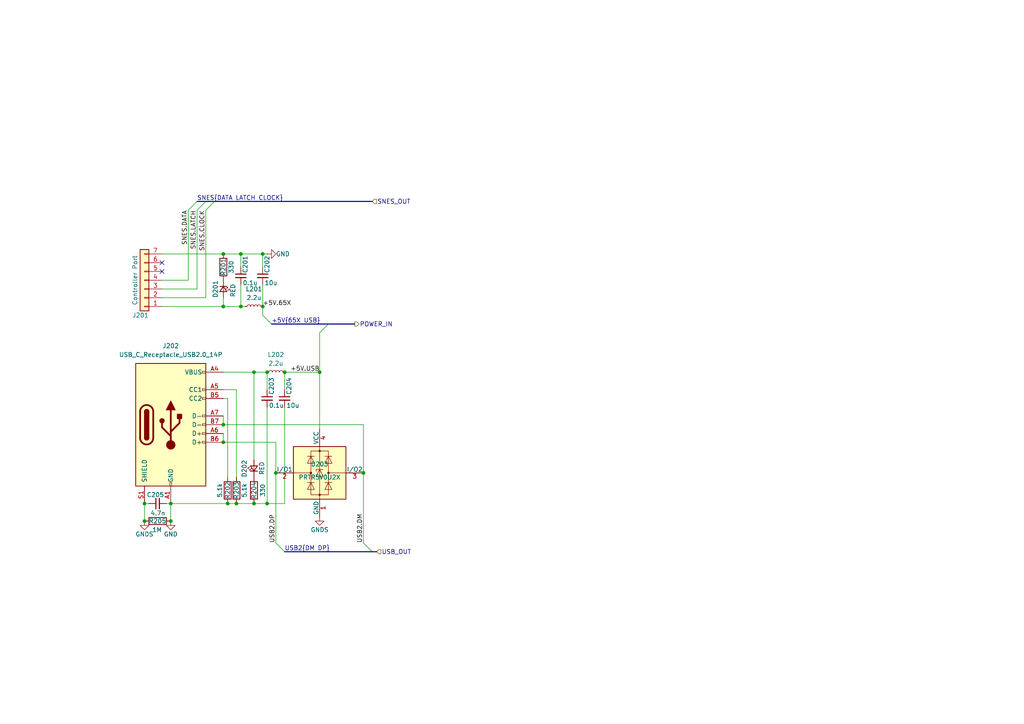
<source format=kicad_sch>
(kicad_sch (version 20231120) (generator "eeschema") (generator_version "8.0")
  (paper "A4")
  (lib_symbols
    (symbol "Connector:USB_C_Receptacle_USB2.0_14P" (pin_names (offset 1.016))
      (property "Reference" "J" (at 0 22.225 0))
      (property "Value" "USB_C_Receptacle_USB2.0_14P" (at 0 19.685 0))
      (symbol "USB_C_Receptacle_USB2.0_14P_0_0"
        (rectangle (start -0.254 -17.78) (end 0.254 -16.764))
        (rectangle (start 10.16 -4.826) (end 9.144 -5.334))
        (rectangle (start 10.16 -2.286) (end 9.144 -2.794))
        (rectangle (start 10.16 0.254) (end 9.144 -0.254))
        (rectangle (start 10.16 2.794) (end 9.144 2.286))
        (rectangle (start 10.16 7.874) (end 9.144 7.366))
        (rectangle (start 10.16 10.414) (end 9.144 9.906))
        (rectangle (start 10.16 15.494) (end 9.144 14.986))
      )
      (symbol "USB_C_Receptacle_USB2.0_14P_0_1"
        (rectangle (start -10.16 17.78) (end 10.16 -17.78) (stroke (width 0.254)) (fill (type background)))
        (arc (start -8.89 -3.81) (mid -6.985 -5.7067) (end -5.08 -3.81) (stroke (width 0.508)))
        (arc (start -7.62 -3.81) (mid -6.985 -4.4423) (end -6.35 -3.81) (stroke (width 0.254)))
        (arc (start -7.62 -3.81) (mid -6.985 -4.4423) (end -6.35 -3.81) (stroke (width 0.254)) (fill (type outline)))
        (rectangle (start -7.62 -3.81) (end -6.35 3.81) (stroke (width 0.254)) (fill (type outline)))
        (arc (start -6.35 3.81) (mid -6.985 4.4423) (end -7.62 3.81) (stroke (width 0.254)))
        (arc (start -6.35 3.81) (mid -6.985 4.4423) (end -7.62 3.81) (stroke (width 0.254)) (fill (type outline)))
        (arc (start -5.08 3.81) (mid -6.985 5.7067) (end -8.89 3.81) (stroke (width 0.508)))
        (circle (center -2.54 1.143) (radius 0.635) (stroke (width 0.254)) (fill (type outline)))
        (circle (center 0 -5.842) (radius 1.27) (fill (type outline)))
        (polyline (pts (xy -8.89 -3.81) (xy -8.89 3.81)) (stroke (width 0.508)))
        (polyline (pts (xy -5.08 3.81) (xy -5.08 -3.81)) (stroke (width 0.508)))
        (polyline (pts (xy 0 -5.842) (xy 0 4.318)) (stroke (width 0.508)))
        (polyline (pts (xy 0 -3.302) (xy -2.54 -0.762) (xy -2.54 0.508)) (stroke (width 0.508)))
        (polyline (pts (xy 0 -2.032) (xy 2.54 0.508) (xy 2.54 1.778)) (stroke (width 0.508)))
        (polyline (pts (xy -1.27 4.318) (xy 0 6.858) (xy 1.27 4.318) (xy -1.27 4.318)) (stroke (width 0.254)) (fill (type outline)))
        (rectangle (start 1.905 1.778) (end 3.175 3.048) (stroke (width 0.254)) (fill (type outline)))
      )
      (symbol "USB_C_Receptacle_USB2.0_14P_1_1"
        (pin passive line (at 0 -22.86 90) (length 5.08) (name "GND") (number "A1"))
        (pin passive line (at 0 -22.86 90) (length 5.08) hide (name "GND") (number "A12"))
        (pin passive line (at 15.24 15.24 180) (length 5.08) (name "VBUS") (number "A4"))
        (pin bidirectional line (at 15.24 10.16 180) (length 5.08) (name "CC1") (number "A5"))
        (pin bidirectional line (at 15.24 -2.54 180) (length 5.08) (name "D+") (number "A6"))
        (pin bidirectional line (at 15.24 2.54 180) (length 5.08) (name "D-") (number "A7"))
        (pin passive line (at 15.24 15.24 180) (length 5.08) hide (name "VBUS") (number "A9"))
        (pin passive line (at 0 -22.86 90) (length 5.08) hide (name "GND") (number "B1"))
        (pin passive line (at 0 -22.86 90) (length 5.08) hide (name "GND") (number "B12"))
        (pin passive line (at 15.24 15.24 180) (length 5.08) hide (name "VBUS") (number "B4"))
        (pin bidirectional line (at 15.24 7.62 180) (length 5.08) (name "CC2") (number "B5"))
        (pin bidirectional line (at 15.24 -5.08 180) (length 5.08) (name "D+") (number "B6"))
        (pin bidirectional line (at 15.24 0 180) (length 5.08) (name "D-") (number "B7"))
        (pin passive line (at 15.24 15.24 180) (length 5.08) hide (name "VBUS") (number "B9"))
        (pin passive line (at -7.62 -22.86 90) (length 5.08) (name "SHIELD") (number "S1"))
      )
    )
    (symbol "Connector_Generic:Conn_01x07" (pin_names (offset 1.016) hide)
      (property "Reference" "J" (at 0 10.16 0))
      (property "Value" "Conn_01x07" (at 0 -10.16 0))
      (symbol "Conn_01x07_1_1"
        (rectangle (start -1.27 -7.493) (end 0 -7.747) (stroke (width 0.1524)))
        (rectangle (start -1.27 -4.953) (end 0 -5.207) (stroke (width 0.1524)))
        (rectangle (start -1.27 -2.413) (end 0 -2.667) (stroke (width 0.1524)))
        (rectangle (start -1.27 0.127) (end 0 -0.127) (stroke (width 0.1524)))
        (rectangle (start -1.27 2.667) (end 0 2.413) (stroke (width 0.1524)))
        (rectangle (start -1.27 5.207) (end 0 4.953) (stroke (width 0.1524)))
        (rectangle (start -1.27 7.747) (end 0 7.493) (stroke (width 0.1524)))
        (rectangle (start -1.27 8.89) (end 1.27 -8.89) (stroke (width 0.254)) (fill (type background)))
        (pin passive line (at -5.08 7.62 0) (length 3.81) (name "Pin_1") (number "1"))
        (pin passive line (at -5.08 5.08 0) (length 3.81) (name "Pin_2") (number "2"))
        (pin passive line (at -5.08 2.54 0) (length 3.81) (name "Pin_3") (number "3"))
        (pin passive line (at -5.08 0 0) (length 3.81) (name "Pin_4") (number "4"))
        (pin passive line (at -5.08 -2.54 0) (length 3.81) (name "Pin_5") (number "5"))
        (pin passive line (at -5.08 -5.08 0) (length 3.81) (name "Pin_6") (number "6"))
        (pin passive line (at -5.08 -7.62 0) (length 3.81) (name "Pin_7") (number "7"))
      )
    )
    (symbol "Device:C_Small" (pin_numbers hide) (pin_names (offset 0.254) hide)
      (property "Reference" "C" (at 0.254 1.778 0))
      (property "Value" "C_Small" (at 0.254 -2.032 0))
      (symbol "C_Small_0_1"
        (polyline (pts (xy -1.524 -0.508) (xy 1.524 -0.508)) (stroke (width 0.3302)))
        (polyline (pts (xy -1.524 0.508) (xy 1.524 0.508)) (stroke (width 0.3048)))
      )
      (symbol "C_Small_1_1"
        (pin passive line (at 0 2.54 270) (length 2.032) (name "~") (number "1"))
        (pin passive line (at 0 -2.54 90) (length 2.032) (name "~") (number "2"))
      )
    )
    (symbol "Device:LED_Small" (pin_numbers hide) (pin_names (offset 0.254) hide)
      (property "Reference" "D" (at -1.27 3.175 0))
      (property "Value" "LED_Small" (at -4.445 -2.54 0))
      (symbol "LED_Small_0_1"
        (polyline (pts (xy -0.762 -1.016) (xy -0.762 1.016)) (stroke (width 0.254)))
        (polyline (pts (xy 1.016 0) (xy -0.762 0)))
        (polyline (pts (xy 0.762 -1.016) (xy -0.762 0) (xy 0.762 1.016) (xy 0.762 -1.016)) (stroke (width 0.254)))
        (polyline (pts (xy 0 0.762) (xy -0.508 1.27) (xy -0.254 1.27) (xy -0.508 1.27) (xy -0.508 1.016)))
        (polyline (pts (xy 0.508 1.27) (xy 0 1.778) (xy 0.254 1.778) (xy 0 1.778) (xy 0 1.524)))
      )
      (symbol "LED_Small_1_1"
        (pin passive line (at -2.54 0 0) (length 1.778) (name "K") (number "1"))
        (pin passive line (at 2.54 0 180) (length 1.778) (name "A") (number "2"))
      )
    )
    (symbol "Device:L_Small" (pin_numbers hide) (pin_names (offset 0.254) hide)
      (property "Reference" "L" (at 0.762 1.016 0))
      (property "Value" "L_Small" (at 0.762 -1.016 0))
      (symbol "L_Small_0_1"
        (arc (start 0 -2.032) (mid 0.5058 -1.524) (end 0 -1.016))
        (arc (start 0 -1.016) (mid 0.5058 -0.508) (end 0 0))
        (arc (start 0 0) (mid 0.5058 0.508) (end 0 1.016))
        (arc (start 0 1.016) (mid 0.5058 1.524) (end 0 2.032))
      )
      (symbol "L_Small_1_1"
        (pin passive line (at 0 2.54 270) (length 0.508) (name "~") (number "1"))
        (pin passive line (at 0 -2.54 90) (length 0.508) (name "~") (number "2"))
      )
    )
    (symbol "Device:R" (pin_numbers hide) (pin_names (offset 0))
      (property "Reference" "R" (at 2.032 0 90))
      (property "Value" "R" (at 0 0 90))
      (symbol "R_0_1"
        (rectangle (start -1.016 -2.54) (end 1.016 2.54) (stroke (width 0.254)))
      )
      (symbol "R_1_1"
        (pin passive line (at 0 3.81 270) (length 1.27) (name "~") (number "1"))
        (pin passive line (at 0 -3.81 90) (length 1.27) (name "~") (number "2"))
      )
    )
    (symbol "Power_Protection:PRTR5V0U2X" (pin_names (offset 0))
      (property "Reference" "D" (at 2.794 8.636 0))
      (property "Value" "PRTR5V0U2X" (at 8.128 -9.398 0))
      (symbol "PRTR5V0U2X_0_1"
        (rectangle (start -7.62 -7.62) (end 7.62 7.62) (stroke (width 0.254)) (fill (type background)))
        (circle (center -2.54 0) (radius 0.254) (fill (type outline)))
        (rectangle (start -2.54 6.35) (end 2.54 -6.35))
        (circle (center 0 -6.35) (radius 0.254) (fill (type outline)))
        (polyline (pts (xy -2.54 0) (xy -7.62 0)))
        (polyline (pts (xy -1.524 -2.794) (xy -3.556 -2.794)))
        (polyline (pts (xy -1.524 4.826) (xy -3.556 4.826)))
        (polyline (pts (xy 0 -7.62) (xy 0 7.62)))
        (polyline (pts (xy 1.524 -2.794) (xy 3.556 -2.794)))
        (polyline (pts (xy 1.524 4.826) (xy 3.556 4.826)))
        (polyline (pts (xy 2.54 0) (xy 7.62 0)))
        (polyline (pts (xy 1.016 1.016) (xy -1.016 1.016) (xy -1.016 0.508)))
        (polyline (pts (xy -3.556 -4.826) (xy -1.524 -4.826) (xy -2.54 -2.794) (xy -3.556 -4.826)))
        (polyline (pts (xy -3.556 2.794) (xy -1.524 2.794) (xy -2.54 4.826) (xy -3.556 2.794)))
        (polyline (pts (xy -1.016 -1.016) (xy 1.016 -1.016) (xy 0 1.016) (xy -1.016 -1.016)))
        (polyline (pts (xy 3.556 -4.826) (xy 1.524 -4.826) (xy 2.54 -2.794) (xy 3.556 -4.826)))
        (polyline (pts (xy 3.556 2.794) (xy 1.524 2.794) (xy 2.54 4.826) (xy 3.556 2.794)))
        (circle (center 0 6.35) (radius 0.254) (fill (type outline)))
        (circle (center 2.54 0) (radius 0.254) (fill (type outline)))
      )
      (symbol "PRTR5V0U2X_1_1"
        (pin passive line (at 0 -12.7 90) (length 5.08) (name "GND") (number "1"))
        (pin passive line (at -12.7 0 0) (length 5.08) (name "I/O1") (number "2"))
        (pin passive line (at 12.7 0 180) (length 5.08) (name "I/O2") (number "3"))
        (pin passive line (at 0 12.7 270) (length 5.08) (name "VCC") (number "4"))
      )
    )
    (symbol "power:GND" (power) (pin_numbers hide) (pin_names (offset 0) hide)
      (property "Value" "GND" (at 0 -3.81 0))
      (symbol "GND_0_1"
        (polyline (pts (xy 0 0) (xy 0 -1.27) (xy 1.27 -1.27) (xy 0 -2.54) (xy -1.27 -1.27) (xy 0 -1.27)))
      )
      (symbol "GND_1_1"
        (pin power_in line (at 0 0 270) (length 0) (name "~") (number "1"))
      )
    )
    (symbol "power:GNDS" (power) (pin_numbers hide) (pin_names (offset 0) hide)
      (property "Value" "GNDS" (at 0 -3.81 0))
      (symbol "GNDS_0_1"
        (polyline (pts (xy 0 0) (xy 0 -1.27) (xy 1.27 -1.27) (xy 0 -2.54) (xy -1.27 -1.27) (xy 0 -1.27)))
      )
      (symbol "GNDS_1_1"
        (pin power_in line (at 0 0 270) (length 0) (name "~") (number "1"))
      )
    )
  )
  (junction (at 77.47 107.95))
  (junction (at 66.04 146.05))
  (junction (at 64.77 123.19))
  (junction (at 41.91 151.13))
  (junction (at 76.2 88.9))
  (junction (at 80.01 137.16))
  (junction (at 69.85 73.66))
  (junction (at 82.55 107.95))
  (junction (at 49.53 146.05))
  (junction (at 68.58 146.05))
  (junction (at 64.77 128.27))
  (junction (at 92.71 107.95))
  (junction (at 64.77 73.66))
  (junction (at 69.85 88.9))
  (junction (at 49.53 151.13))
  (junction (at 73.66 146.05))
  (junction (at 76.2 73.66))
  (junction (at 77.47 146.05))
  (junction (at 73.66 107.95))
  (junction (at 105.41 137.16))
  (junction (at 64.77 88.9))
  (junction (at 41.91 146.05))
  (no_connect (at 46.99 78.74))
  (no_connect (at 46.99 76.2))
  (bus_entry (at 57.15 58.42) (size -2.54 2.54))
  (bus_entry (at 92.71 96.52) (size 2.54 -2.54))
  (bus_entry (at 105.41 157.48) (size 2.54 2.54))
  (bus_entry (at 76.2 91.44) (size 2.54 2.54))
  (bus_entry (at 80.01 157.48) (size 2.54 2.54))
  (bus_entry (at 62.23 58.42) (size -2.54 2.54))
  (bus_entry (at 59.69 58.42) (size -2.54 2.54))
  (wire (pts (xy 46.99 83.82) (xy 57.15 83.82)))
  (wire (pts (xy 69.85 82.55) (xy 69.85 88.9)))
  (wire (pts (xy 69.85 73.66) (xy 76.2 73.66)))
  (wire (pts (xy 80.01 137.16) (xy 80.01 157.48)))
  (bus (pts (xy 102.87 93.98) (xy 95.25 93.98)))
  (wire (pts (xy 64.77 86.36) (xy 64.77 88.9)))
  (wire (pts (xy 69.85 88.9) (xy 71.12 88.9)))
  (wire (pts (xy 105.41 137.16) (xy 105.41 157.48)))
  (wire (pts (xy 66.04 115.57) (xy 64.77 115.57)))
  (wire (pts (xy 76.2 82.55) (xy 76.2 88.9)))
  (wire (pts (xy 73.66 107.95) (xy 73.66 133.35)))
  (wire (pts (xy 57.15 83.82) (xy 57.15 60.96)))
  (wire (pts (xy 68.58 146.05) (xy 73.66 146.05)))
  (wire (pts (xy 76.2 88.9) (xy 76.2 91.44)))
  (wire (pts (xy 73.66 146.05) (xy 77.47 146.05)))
  (bus (pts (xy 62.23 58.42) (xy 107.95 58.42)))
  (wire (pts (xy 73.66 107.95) (xy 77.47 107.95)))
  (wire (pts (xy 64.77 125.73) (xy 64.77 128.27)))
  (wire (pts (xy 92.71 107.95) (xy 92.71 124.46)))
  (wire (pts (xy 64.77 123.19) (xy 105.41 123.19)))
  (wire (pts (xy 82.55 118.11) (xy 82.55 146.05)))
  (wire (pts (xy 68.58 113.03) (xy 64.77 113.03)))
  (wire (pts (xy 48.26 146.05) (xy 49.53 146.05)))
  (wire (pts (xy 41.91 146.05) (xy 43.18 146.05)))
  (wire (pts (xy 46.99 81.28) (xy 54.61 81.28)))
  (bus (pts (xy 82.55 160.02) (xy 107.95 160.02)))
  (wire (pts (xy 69.85 73.66) (xy 69.85 77.47)))
  (wire (pts (xy 49.53 146.05) (xy 49.53 151.13)))
  (wire (pts (xy 82.55 113.03) (xy 82.55 107.95)))
  (wire (pts (xy 46.99 86.36) (xy 59.69 86.36)))
  (wire (pts (xy 46.99 88.9) (xy 64.77 88.9)))
  (wire (pts (xy 41.91 146.05) (xy 41.91 151.13)))
  (wire (pts (xy 76.2 73.66) (xy 76.2 77.47)))
  (wire (pts (xy 64.77 73.66) (xy 69.85 73.66)))
  (wire (pts (xy 46.99 73.66) (xy 64.77 73.66)))
  (wire (pts (xy 77.47 113.03) (xy 77.47 107.95)))
  (wire (pts (xy 64.77 120.65) (xy 64.77 123.19)))
  (wire (pts (xy 64.77 107.95) (xy 73.66 107.95)))
  (bus (pts (xy 57.15 58.42) (xy 59.69 58.42)))
  (bus (pts (xy 78.74 93.98) (xy 95.25 93.98)))
  (bus (pts (xy 107.95 160.02) (xy 109.22 160.02)))
  (wire (pts (xy 66.04 115.57) (xy 66.04 138.43)))
  (wire (pts (xy 82.55 107.95) (xy 92.71 107.95)))
  (wire (pts (xy 77.47 118.11) (xy 77.47 146.05)))
  (wire (pts (xy 49.53 146.05) (xy 66.04 146.05)))
  (wire (pts (xy 80.01 128.27) (xy 80.01 137.16)))
  (bus (pts (xy 59.69 58.42) (xy 62.23 58.42)))
  (wire (pts (xy 77.47 73.66) (xy 76.2 73.66)))
  (wire (pts (xy 59.69 86.36) (xy 59.69 60.96)))
  (wire (pts (xy 64.77 88.9) (xy 69.85 88.9)))
  (wire (pts (xy 66.04 146.05) (xy 68.58 146.05)))
  (wire (pts (xy 54.61 81.28) (xy 54.61 60.96)))
  (wire (pts (xy 64.77 128.27) (xy 80.01 128.27)))
  (wire (pts (xy 77.47 146.05) (xy 82.55 146.05)))
  (wire (pts (xy 68.58 138.43) (xy 68.58 113.03)))
  (wire (pts (xy 92.71 96.52) (xy 92.71 107.95)))
  (wire (pts (xy 105.41 123.19) (xy 105.41 137.16)))
  (label "USB2.DM" (at 105.41 157.48 90))
  (label "+5V.USB" (at 92.71 107.95 180))
  (label "USB2{DM DP}" (at 82.55 160.02 0))
  (label "+5V{65X USB}" (at 78.74 93.98 0))
  (label "+5V.65X" (at 76.2 88.9 0))
  (label "SNES.LATCH" (at 57.15 60.96 270))
  (label "USB2.DP" (at 80.01 157.48 90))
  (label "SNES.DATA" (at 54.61 60.96 270))
  (label "SNES.CLOCK" (at 59.69 60.96 270))
  (label "SNES{DATA LATCH CLOCK}" (at 57.15 58.42 0))
  (hierarchical_label "SNES_OUT" (shape input) (at 107.95 58.42 0))
  (hierarchical_label "POWER_IN" (shape output) (at 102.87 93.98 0))
  (hierarchical_label "USB_OUT" (shape input) (at 109.22 160.02 0))
  (symbol (lib_id "Device:LED_Small") (at 64.77 83.82 270) (unit 1)
    (property "Reference" "D201" (at 62.484 81.28 0) (effects (justify left)))
    (property "Value" "RED" (at 67.564 82.296 0) (effects (justify left)))
    (property "Footprint" "LED_SMD:LED_0805_2012Metric_Pad1.15x1.40mm_HandSolder" (effects (hide yes)))
    (property "Description" "Light emitting diode, small symbol" (effects (hide yes)))
  )
  (symbol (lib_id "Power_Protection:PRTR5V0U2X") (at 92.71 137.16 0) (unit 1)
    (property "Reference" "D203" (at 92.71 134.62 0))
    (property "Value" "PRTR5V0U2X" (at 92.71 138.43 0))
    (property "Footprint" "Package_TO_SOT_SMD:SOT-143" (effects (hide yes)))
    (property "Datasheet" "https://assets.nexperia.com/documents/data-sheet/PRTR5V0U2X.pdf" (effects (hide yes)))
  )
  (symbol (lib_id "Device:R") (at 68.58 142.24 180) (unit 1)
    (property "Reference" "R203" (at 68.58 142.24 90))
    (property "Value" "5.1k" (at 70.866 142.24 90))
    (property "Footprint" "Resistor_SMD:R_0805_2012Metric" (effects (hide yes)))
    (property "Sim.Device" "R" (effects (hide yes)))
    (property "Sim.Pins" "1=+ 2=-" (effects (hide yes)))
  )
  (symbol (lib_id "Device:LED_Small") (at 73.66 135.89 90) (unit 1)
    (property "Reference" "D202" (at 70.866 133.35 0) (effects (justify right)))
    (property "Value" "RED" (at 75.946 133.858 0) (effects (justify right)))
    (property "Footprint" "LED_SMD:LED_0805_2012Metric_Pad1.15x1.40mm_HandSolder" (effects (hide yes)))
    (property "Description" "Light emitting diode, small symbol" (effects (hide yes)))
  )
  (symbol (lib_id "Device:R") (at 73.66 142.24 180) (unit 1)
    (property "Reference" "R204" (at 73.66 142.24 90))
    (property "Value" "330" (at 76.2 142.24 90))
    (property "Footprint" "Resistor_SMD:R_0805_2012Metric" (effects (hide yes)))
    (property "Sim.Device" "R" (effects (hide yes)))
    (property "Sim.Pins" "1=+ 2=-" (effects (hide yes)))
  )
  (symbol (lib_id "Device:R") (at 66.04 142.24 180) (unit 1)
    (property "Reference" "R202" (at 66.04 142.24 90))
    (property "Value" "5.1k" (at 63.754 142.24 90))
    (property "Footprint" "Resistor_SMD:R_0805_2012Metric" (effects (hide yes)))
    (property "Sim.Device" "R" (effects (hide yes)))
    (property "Sim.Pins" "1=+ 2=-" (effects (hide yes)))
  )
  (symbol (lib_id "Device:C_Small") (at 82.55 115.57 0) (unit 1)
    (property "Reference" "C204" (at 83.82 114.554 90) (effects (justify left)))
    (property "Value" "10u" (at 83.058 117.602 0) (effects (justify left)))
    (property "Footprint" "Capacitor_SMD:C_0805_2012Metric" (effects (hide yes)))
    (property "Description" "Unpolarized capacitor, small symbol" (effects (hide yes)))
    (property "Sim.Device" "C" (effects (hide yes)))
    (property "Sim.Pins" "1=+ 2=-" (effects (hide yes)))
  )
  (symbol (lib_id "power:GND") (at 77.47 73.66 90) (unit 1)
    (property "Reference" "#PWR0201" (effects (hide yes)))
    (property "Value" "GND" (at 82.042 73.66 90))
    (property "Description" "Power symbol creates a global label with name \"GND\" , ground" (effects (hide yes)))
  )
  (symbol (lib_id "Device:C_Small") (at 69.85 80.01 0) (unit 1)
    (property "Reference" "C201" (at 71.12 79.248 90) (effects (justify left)))
    (property "Value" "0.1u" (at 70.358 82.042 0) (effects (justify left)))
    (property "Footprint" "Capacitor_SMD:C_0805_2012Metric" (effects (hide yes)))
    (property "Description" "Unpolarized capacitor, small symbol" (effects (hide yes)))
    (property "Sim.Device" "C" (effects (hide yes)))
    (property "Sim.Pins" "1=+ 2=-" (effects (hide yes)))
  )
  (symbol (lib_id "Device:C_Small") (at 45.72 146.05 90) (unit 1)
    (property "Reference" "C205" (at 47.625 143.51 90) (effects (justify left)))
    (property "Value" "4.7n" (at 48.006 148.844 90) (effects (justify left)))
    (property "Footprint" "Capacitor_SMD:C_1206_3216Metric" (effects (hide yes)))
    (property "Sim.Device" "C" (effects (hide yes)))
    (property "Sim.Pins" "1=+ 2=-" (effects (hide yes)))
  )
  (symbol (lib_id "Device:L_Small") (at 73.66 88.9 90) (unit 1)
    (property "Reference" "L201" (at 73.66 83.82 90))
    (property "Value" "2.2u" (at 73.66 86.36 90))
    (property "Footprint" "Inductor_SMD:L_1008_2520Metric" (effects (hide yes)))
    (property "Datasheet" "https://au.mouser.com/datasheet/2/585/sems_s_a0002828022_1-2288716.pdf" (effects (hide yes)))
    (property "Description" "Inductor, small symbol" (effects (hide yes)))
    (property "Sim.Device" "L" (effects (hide yes)))
    (property "Sim.Pins" "1=+ 2=-" (effects (hide yes)))
  )
  (symbol (lib_id "power:GNDS") (at 92.71 149.86 0) (unit 1)
    (property "Reference" "#PWR0202" (effects (hide yes)))
    (property "Value" "GNDS" (at 92.71 153.67 0))
    (property "Description" "Power symbol creates a global label with name \"GNDS\" , signal ground" (effects (hide yes)))
  )
  (symbol (lib_id "power:GND") (at 49.53 151.13 0) (unit 1)
    (property "Reference" "#PWR0204" (effects (hide yes)))
    (property "Value" "GND" (at 49.53 154.94 0))
    (property "Description" "Power symbol creates a global label with name \"GND\" , ground" (effects (hide yes)))
  )
  (symbol (lib_id "Device:R") (at 45.72 151.13 90) (unit 1)
    (property "Reference" "R205" (at 48.26 151.13 90) (effects (justify left)))
    (property "Value" "1M" (at 46.99 153.67 90) (effects (justify left)))
    (property "Footprint" "Resistor_SMD:R_1206_3216Metric" (effects (hide yes)))
    (property "Sim.Device" "R" (effects (hide yes)))
    (property "Sim.Pins" "1=+ 2=-" (effects (hide yes)))
  )
  (symbol (lib_id "Device:C_Small") (at 77.47 115.57 0) (unit 1)
    (property "Reference" "C203" (at 78.74 114.554 90) (effects (justify left)))
    (property "Value" "0.1u" (at 77.978 117.602 0) (effects (justify left)))
    (property "Footprint" "Capacitor_SMD:C_0805_2012Metric" (effects (hide yes)))
    (property "Description" "Unpolarized capacitor, small symbol" (effects (hide yes)))
    (property "Sim.Device" "C" (effects (hide yes)))
    (property "Sim.Pins" "1=+ 2=-" (effects (hide yes)))
  )
  (symbol (lib_id "power:GNDS") (at 41.91 151.13 0) (unit 1)
    (property "Reference" "#PWR0203" (effects (hide yes)))
    (property "Value" "GNDS" (at 41.91 154.94 0))
    (property "Description" "Power symbol creates a global label with name \"GNDS\" , signal ground" (effects (hide yes)))
  )
  (symbol (lib_id "Device:L_Small") (at 80.01 107.95 90) (unit 1)
    (property "Reference" "L202" (at 80.01 102.87 90))
    (property "Value" "2.2u" (at 80.01 105.41 90))
    (property "Footprint" "Inductor_SMD:L_1008_2520Metric" (effects (hide yes)))
    (property "Datasheet" "https://au.mouser.com/datasheet/2/585/sems_s_a0002828022_1-2288716.pdf" (effects (hide yes)))
    (property "Description" "Inductor, small symbol" (effects (hide yes)))
    (property "Sim.Device" "L" (effects (hide yes)))
    (property "Sim.Pins" "1=+ 2=-" (effects (hide yes)))
  )
  (symbol (lib_id "Device:C_Small") (at 76.2 80.01 0) (unit 1)
    (property "Reference" "C202" (at 77.47 79.248 90) (effects (justify left)))
    (property "Value" "10u" (at 76.708 82.042 0) (effects (justify left)))
    (property "Footprint" "Capacitor_SMD:C_0805_2012Metric" (effects (hide yes)))
    (property "Description" "Unpolarized capacitor, small symbol" (effects (hide yes)))
    (property "Sim.Device" "C" (effects (hide yes)))
    (property "Sim.Pins" "1=+ 2=-" (effects (hide yes)))
  )
  (symbol (lib_id "Device:R") (at 64.77 77.47 0) (unit 1)
    (property "Reference" "R201" (at 64.77 77.47 90))
    (property "Value" "330" (at 67.056 77.47 90))
    (property "Footprint" "Resistor_SMD:R_0805_2012Metric" (effects (hide yes)))
    (property "Sim.Device" "R" (effects (hide yes)))
    (property "Sim.Pins" "1=+ 2=-" (effects (hide yes)))
  )
  (symbol (lib_id "Connector:USB_C_Receptacle_USB2.0_14P") (at 49.53 123.19 0) (unit 1)
    (property "Reference" "J202" (at 49.53 100.33 0))
    (property "Value" "USB_C_Receptacle_USB2.0_14P" (at 49.53 102.87 0))
    (property "Footprint" "Connector_USB:USB_C_Receptacle_G-Switch_GT-USB-7010ASV" (effects (hide yes)))
    (property "Datasheet" "https://www.usb.org/sites/default/files/documents/usb_type-c.zip" (effects (hide yes)))
    (property "Description" "USB 2.0-only 14P Type-C Receptacle connector" (effects (hide yes)))
  )
  (symbol (lib_id "Connector_Generic:Conn_01x07") (at 41.91 81.28 180) (unit 1)
    (property "Reference" "J201" (at 43.18 91.4401 0) (effects (justify left)))
    (property "Value" "Controller Port" (at 39.878 81.28 90) (effects (justify top)))
    (property "Footprint" "Connector_PinHeader_2.54mm:PinHeader_1x07_P2.54mm_Horizontal" (effects (hide yes)))
  )
)
</source>
